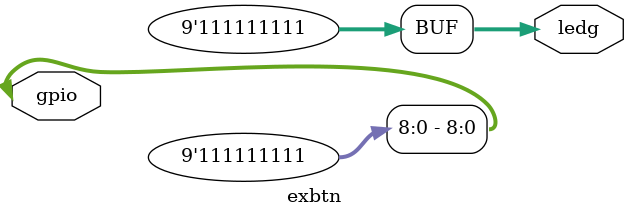
<source format=v>

module exbtn
(
	inout wire [35:0] gpio,
	output wire [8:0] ledg
);

	generate
		genvar i;
		for (i = 0; i <= 8; i=i+1) begin : loop
			assign gpio[i] = 1;
			assign ledg[i] = gpio[i];
		end
	endgenerate
endmodule

</source>
